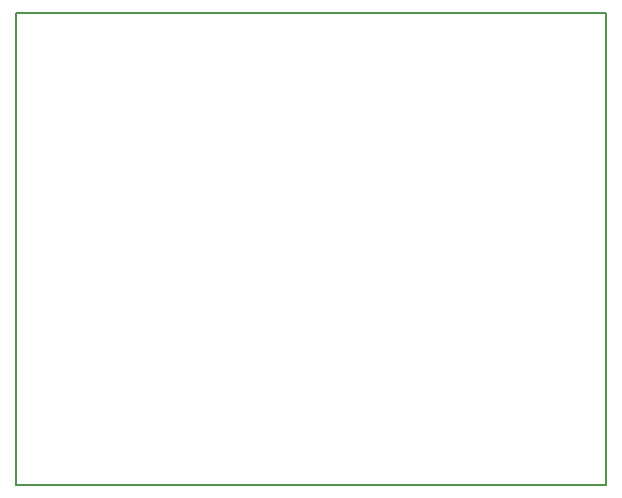
<source format=gbr>
G04 #@! TF.FileFunction,Profile,NP*
%FSLAX46Y46*%
G04 Gerber Fmt 4.6, Leading zero omitted, Abs format (unit mm)*
G04 Created by KiCad (PCBNEW 4.0.5) date Wed Jan 11 14:09:31 2017*
%MOMM*%
%LPD*%
G01*
G04 APERTURE LIST*
%ADD10C,0.100000*%
%ADD11C,0.150000*%
G04 APERTURE END LIST*
D10*
D11*
X150000000Y-50000000D02*
X150000000Y-90000000D01*
X100000000Y-50000000D02*
X100000000Y-90000000D01*
X100000000Y-90000000D02*
X150000000Y-90000000D01*
X100000000Y-50000000D02*
X150000000Y-50000000D01*
M02*

</source>
